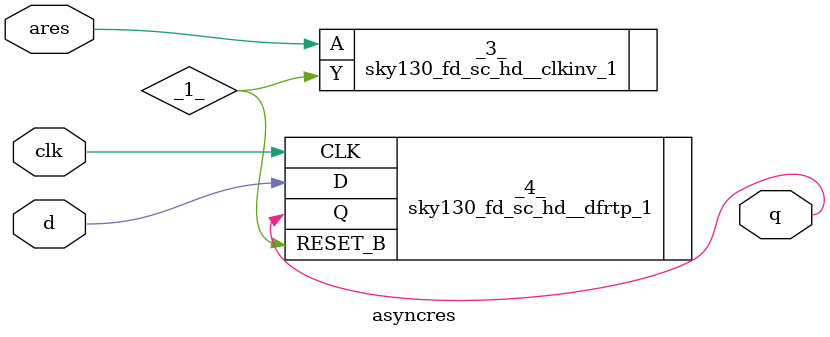
<source format=v>
/* Generated by Yosys 0.32+51 (git sha1 6405bbab1, gcc 12.3.0-1ubuntu1~22.04 -fPIC -Os) */

(* top =  1  *)
(* src = "asyncres.v:2.1-12.10" *)
module asyncres(clk, d, ares, q);
  (* src = "asyncres.v:3.13-3.17" *)
  wire _0_;
  wire _1_;
  wire _2_;
  (* src = "asyncres.v:3.13-3.17" *)
  input ares;
  wire ares;
  (* src = "asyncres.v:3.7-3.10" *)
  input clk;
  wire clk;
  (* src = "asyncres.v:3.11-3.12" *)
  input d;
  wire d;
  (* src = "asyncres.v:4.12-4.13" *)
  output q;
  wire q;
  sky130_fd_sc_hd__clkinv_1 _3_ (
    .A(_0_),
    .Y(_1_)
  );
  (* src = "asyncres.v:5.1-11.4" *)
  sky130_fd_sc_hd__dfrtp_1 _4_ (
    .CLK(clk),
    .D(d),
    .Q(q),
    .RESET_B(_2_)
  );
  assign _0_ = ares;
  assign _2_ = _1_;
endmodule

</source>
